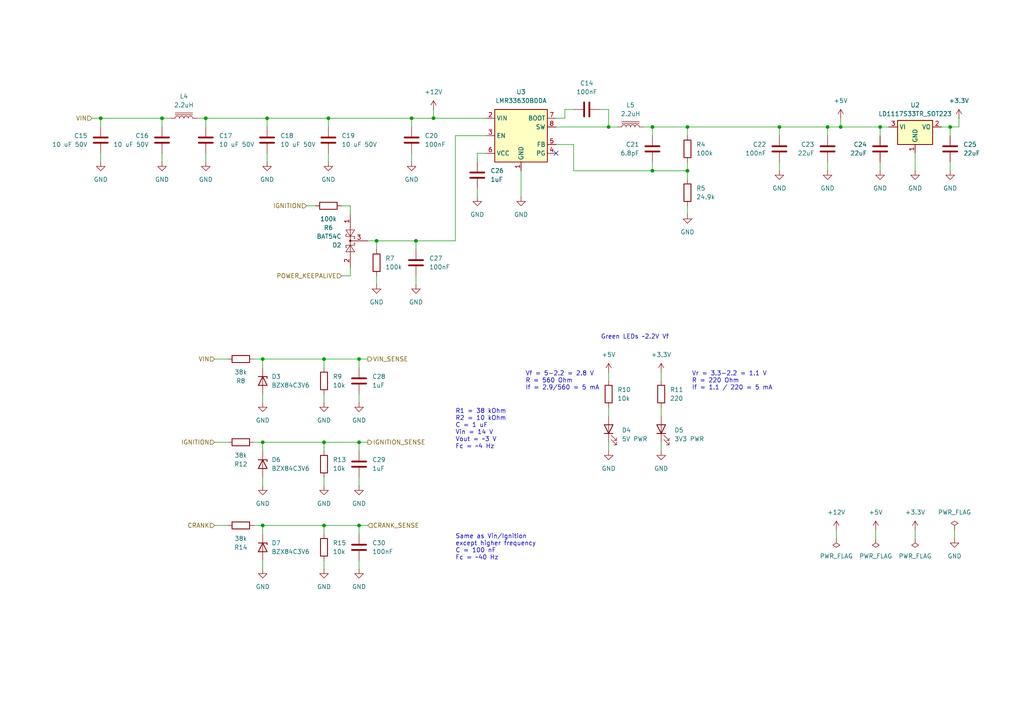
<source format=kicad_sch>
(kicad_sch (version 20231120) (generator "eeschema") (generator_version "8.0")
  (paper "A4")
  (lib_symbols
    (symbol "Device:C" (pin_numbers hide) (pin_names (offset 0.254))
      (property "Reference" "C" (at 0.635 2.54 0))
      (property "Value" "C" (at 0.635 -2.54 0))
      (symbol "C_0_1"
        (polyline (pts (xy -2.032 -0.762) (xy 2.032 -0.762)) (stroke (width 0.508)))
        (polyline (pts (xy -2.032 0.762) (xy 2.032 0.762)) (stroke (width 0.508)))
      )
      (symbol "C_1_1"
        (pin passive line (at 0 3.81 270) (length 2.794) (name "~") (number "1"))
        (pin passive line (at 0 -3.81 90) (length 2.794) (name "~") (number "2"))
      )
    )
    (symbol "Device:LED" (pin_numbers hide) (pin_names (offset 1.016) hide)
      (property "Reference" "D" (at 0 2.54 0))
      (property "Value" "LED" (at 0 -2.54 0))
      (symbol "LED_0_1"
        (polyline (pts (xy -1.27 -1.27) (xy -1.27 1.27)) (stroke (width 0.254)))
        (polyline (pts (xy -1.27 0) (xy 1.27 0)))
        (polyline (pts (xy 1.27 -1.27) (xy 1.27 1.27) (xy -1.27 0) (xy 1.27 -1.27)) (stroke (width 0.254)))
        (polyline (pts (xy -3.048 -0.762) (xy -4.572 -2.286) (xy -3.81 -2.286) (xy -4.572 -2.286) (xy -4.572 -1.524)))
        (polyline (pts (xy -1.778 -0.762) (xy -3.302 -2.286) (xy -2.54 -2.286) (xy -3.302 -2.286) (xy -3.302 -1.524)))
      )
      (symbol "LED_1_1"
        (pin passive line (at -3.81 0 0) (length 2.54) (name "K") (number "1"))
        (pin passive line (at 3.81 0 180) (length 2.54) (name "A") (number "2"))
      )
    )
    (symbol "Device:L_Iron" (pin_numbers hide) (pin_names (offset 1.016) hide)
      (property "Reference" "L" (at -1.27 0 90))
      (property "Value" "L_Iron" (at 2.794 0 90))
      (symbol "L_Iron_0_1"
        (arc (start 0 -2.54) (mid 0.6323 -1.905) (end 0 -1.27))
        (arc (start 0 -1.27) (mid 0.6323 -0.635) (end 0 0))
        (polyline (pts (xy 1.016 2.54) (xy 1.016 -2.54)))
        (polyline (pts (xy 1.524 -2.54) (xy 1.524 2.54)))
        (arc (start 0 0) (mid 0.6323 0.635) (end 0 1.27))
        (arc (start 0 1.27) (mid 0.6323 1.905) (end 0 2.54))
      )
      (symbol "L_Iron_1_1"
        (pin passive line (at 0 3.81 270) (length 1.27) (name "1") (number "1"))
        (pin passive line (at 0 -3.81 90) (length 1.27) (name "2") (number "2"))
      )
    )
    (symbol "Device:R" (pin_numbers hide) (pin_names (offset 0))
      (property "Reference" "R" (at 2.032 0 90))
      (property "Value" "R" (at 0 0 90))
      (symbol "R_0_1"
        (rectangle (start -1.016 -2.54) (end 1.016 2.54) (stroke (width 0.254)))
      )
      (symbol "R_1_1"
        (pin passive line (at 0 3.81 270) (length 1.27) (name "~") (number "1"))
        (pin passive line (at 0 -3.81 90) (length 1.27) (name "~") (number "2"))
      )
    )
    (symbol "Diode:BAT54C" (pin_names (offset 1.016))
      (property "Reference" "D" (at 0.635 -3.81 0))
      (property "Value" "BAT54C" (at -6.35 3.175 0))
      (symbol "BAT54C_0_1"
        (polyline (pts (xy -1.905 0) (xy 1.905 0)))
        (polyline (pts (xy -1.905 1.27) (xy -1.905 1.016)))
        (polyline (pts (xy -1.27 -1.27) (xy -0.635 -1.27)))
        (polyline (pts (xy -1.27 0) (xy -3.81 0)))
        (polyline (pts (xy -1.27 1.27) (xy -1.905 1.27)))
        (polyline (pts (xy -1.27 1.27) (xy -1.27 -1.27)))
        (polyline (pts (xy -0.635 -1.27) (xy -0.635 -1.016)))
        (polyline (pts (xy 0.635 -1.27) (xy 0.635 -1.016)))
        (polyline (pts (xy 1.27 -1.27) (xy 0.635 -1.27)))
        (polyline (pts (xy 1.27 1.27) (xy 1.27 -1.27)))
        (polyline (pts (xy 1.27 1.27) (xy 1.905 1.27)))
        (polyline (pts (xy 1.905 1.27) (xy 1.905 1.016)))
        (polyline (pts (xy 3.81 0) (xy 1.27 0)))
        (polyline (pts (xy -3.175 -1.27) (xy -3.175 1.27) (xy -1.27 0) (xy -3.175 -1.27)))
        (polyline (pts (xy 3.175 -1.27) (xy 3.175 1.27) (xy 1.27 0) (xy 3.175 -1.27)))
        (circle (center 0 0) (radius 0.254) (fill (type outline)))
      )
      (symbol "BAT54C_1_1"
        (pin passive line (at -7.62 0 0) (length 3.81) (name "~") (number "1"))
        (pin passive line (at 7.62 0 180) (length 3.81) (name "~") (number "2"))
        (pin passive line (at 0 -5.08 90) (length 5.08) (name "~") (number "3"))
      )
    )
    (symbol "Diode:BZX84Cxx" (pin_numbers hide) (pin_names hide)
      (property "Reference" "D" (at 0 3.81 0))
      (property "Value" "BZX84Cxx" (at 0 -3.81 0))
      (symbol "BZX84Cxx_0_1"
        (polyline (pts (xy 1.27 0) (xy -1.27 0)))
        (polyline (pts (xy -1.27 -1.27) (xy -1.27 1.27) (xy -0.762 1.27)) (stroke (width 0.254)))
        (polyline (pts (xy 1.27 -1.27) (xy 1.27 1.27) (xy -1.27 0) (xy 1.27 -1.27)) (stroke (width 0.254)))
      )
      (symbol "BZX84Cxx_1_1"
        (pin passive line (at 3.81 0 180) (length 2.54) (name "A") (number "1"))
        (pin no_connect line (at 1.27 0 180) (length 2.54) hide (name "NC") (number "2"))
        (pin passive line (at -3.81 0 0) (length 2.54) (name "K") (number "3"))
      )
    )
    (symbol "Regulator_Linear:LD1117S33TR_SOT223"
      (property "Reference" "U" (at -3.81 3.175 0))
      (property "Value" "LD1117S33TR_SOT223" (at 0 3.175 0))
      (symbol "LD1117S33TR_SOT223_0_1"
        (rectangle (start -5.08 -5.08) (end 5.08 1.905) (stroke (width 0.254)) (fill (type background)))
      )
      (symbol "LD1117S33TR_SOT223_1_1"
        (pin power_in line (at 0 -7.62 90) (length 2.54) (name "GND") (number "1"))
        (pin power_out line (at 7.62 0 180) (length 2.54) (name "VO") (number "2"))
        (pin power_in line (at -7.62 0 0) (length 2.54) (name "VI") (number "3"))
      )
    )
    (symbol "Regulator_Switching:LMR33630BDDA"
      (property "Reference" "U" (at 0 11.43 0))
      (property "Value" "LMR33630BDDA" (at 0 8.89 0))
      (symbol "LMR33630BDDA_0_1"
        (rectangle (start -7.62 7.62) (end 7.62 -7.62) (stroke (width 0.254)) (fill (type background)))
      )
      (symbol "LMR33630BDDA_1_1"
        (pin power_in line (at 0 -10.16 90) (length 2.54) (name "GND") (number "1"))
        (pin power_in line (at -10.16 5.08 0) (length 2.54) (name "VIN") (number "2"))
        (pin input line (at -10.16 0 0) (length 2.54) (name "EN") (number "3"))
        (pin open_collector line (at 10.16 -5.08 180) (length 2.54) (name "PG") (number "4"))
        (pin input line (at 10.16 -2.54 180) (length 2.54) (name "FB") (number "5"))
        (pin power_out line (at -10.16 -5.08 0) (length 2.54) (name "VCC") (number "6"))
        (pin input line (at 10.16 5.08 180) (length 2.54) (name "BOOT") (number "7"))
        (pin output line (at 10.16 2.54 180) (length 2.54) (name "SW") (number "8"))
        (pin passive line (at 0 -10.16 90) (length 2.54) hide (name "GND") (number "9"))
      )
    )
    (symbol "power:+12V" (power) (pin_numbers hide) (pin_names (offset 0) hide)
      (property "Value" "+12V" (at 0 3.556 0))
      (symbol "+12V_0_1"
        (polyline (pts (xy -0.762 1.27) (xy 0 2.54)))
        (polyline (pts (xy 0 0) (xy 0 2.54)))
        (polyline (pts (xy 0 2.54) (xy 0.762 1.27)))
      )
      (symbol "+12V_1_1"
        (pin power_in line (at 0 0 90) (length 0) (name "~") (number "1"))
      )
    )
    (symbol "power:+3.3V" (power) (pin_numbers hide) (pin_names (offset 0) hide)
      (property "Value" "+3.3V" (at 0 3.556 0))
      (symbol "+3.3V_0_1"
        (polyline (pts (xy -0.762 1.27) (xy 0 2.54)))
        (polyline (pts (xy 0 0) (xy 0 2.54)))
        (polyline (pts (xy 0 2.54) (xy 0.762 1.27)))
      )
      (symbol "+3.3V_1_1"
        (pin power_in line (at 0 0 90) (length 0) (name "~") (number "1"))
      )
    )
    (symbol "power:+5V" (power) (pin_numbers hide) (pin_names (offset 0) hide)
      (property "Value" "+5V" (at 0 3.556 0))
      (symbol "+5V_0_1"
        (polyline (pts (xy -0.762 1.27) (xy 0 2.54)))
        (polyline (pts (xy 0 0) (xy 0 2.54)))
        (polyline (pts (xy 0 2.54) (xy 0.762 1.27)))
      )
      (symbol "+5V_1_1"
        (pin power_in line (at 0 0 90) (length 0) (name "~") (number "1"))
      )
    )
    (symbol "power:GND" (power) (pin_numbers hide) (pin_names (offset 0) hide)
      (property "Value" "GND" (at 0 -3.81 0))
      (symbol "GND_0_1"
        (polyline (pts (xy 0 0) (xy 0 -1.27) (xy 1.27 -1.27) (xy 0 -2.54) (xy -1.27 -1.27) (xy 0 -1.27)))
      )
      (symbol "GND_1_1"
        (pin power_in line (at 0 0 270) (length 0) (name "~") (number "1"))
      )
    )
    (symbol "power:PWR_FLAG" (power) (pin_numbers hide) (pin_names (offset 0) hide)
      (property "Value" "PWR_FLAG" (at 0 3.81 0))
      (symbol "PWR_FLAG_0_0"
        (pin power_out line (at 0 0 90) (length 0) (name "~") (number "1"))
      )
      (symbol "PWR_FLAG_0_1"
        (polyline (pts (xy 0 0) (xy 0 1.27) (xy -1.016 1.905) (xy 0 2.54) (xy 1.016 1.905) (xy 0 1.27)))
      )
    )
  )
  (junction (at 240.03 36.83))
  (junction (at 29.21 34.29))
  (junction (at 104.14 152.4))
  (junction (at 46.99 34.29))
  (junction (at 255.27 36.83))
  (junction (at 76.2 104.14))
  (junction (at 109.22 69.85))
  (junction (at 104.14 104.14))
  (junction (at 76.2 128.27))
  (junction (at 199.39 49.53))
  (junction (at 77.47 34.29))
  (junction (at 243.84 36.83))
  (junction (at 93.98 128.27))
  (junction (at 93.98 152.4))
  (junction (at 189.23 36.83))
  (junction (at 176.53 36.83))
  (junction (at 59.69 34.29))
  (junction (at 226.06 36.83))
  (junction (at 120.65 69.85))
  (junction (at 199.39 36.83))
  (junction (at 275.59 36.83))
  (junction (at 76.2 152.4))
  (junction (at 104.14 128.27))
  (junction (at 95.25 34.29))
  (junction (at 189.23 49.53))
  (junction (at 125.73 34.29))
  (junction (at 119.38 34.29))
  (junction (at 93.98 104.14))
  (no_connect (at 161.29 44.45))
  (wire (pts (xy 199.39 39.37) (xy 199.39 36.83)))
  (wire (pts (xy 77.47 44.45) (xy 77.47 46.99)))
  (wire (pts (xy 199.39 49.53) (xy 199.39 52.07)))
  (wire (pts (xy 166.37 41.91) (xy 166.37 49.53)))
  (wire (pts (xy 76.2 138.43) (xy 76.2 140.97)))
  (wire (pts (xy 199.39 46.99) (xy 199.39 49.53)))
  (wire (pts (xy 73.66 152.4) (xy 76.2 152.4)))
  (wire (pts (xy 88.9 59.69) (xy 91.44 59.69)))
  (wire (pts (xy 275.59 36.83) (xy 275.59 39.37)))
  (wire (pts (xy 243.84 36.83) (xy 255.27 36.83)))
  (wire (pts (xy 109.22 69.85) (xy 109.22 72.39)))
  (wire (pts (xy 26.67 34.29) (xy 29.21 34.29)))
  (wire (pts (xy 77.47 34.29) (xy 77.47 36.83)))
  (wire (pts (xy 278.13 36.83) (xy 278.13 34.29)))
  (wire (pts (xy 132.08 39.37) (xy 132.08 69.85)))
  (wire (pts (xy 240.03 46.99) (xy 240.03 49.53)))
  (wire (pts (xy 104.14 114.3) (xy 104.14 116.84)))
  (wire (pts (xy 186.69 36.83) (xy 189.23 36.83)))
  (wire (pts (xy 173.99 31.75) (xy 176.53 31.75)))
  (wire (pts (xy 166.37 49.53) (xy 189.23 49.53)))
  (wire (pts (xy 265.43 153.67) (xy 265.43 156.21)))
  (wire (pts (xy 255.27 36.83) (xy 255.27 39.37)))
  (wire (pts (xy 240.03 36.83) (xy 243.84 36.83)))
  (wire (pts (xy 77.47 34.29) (xy 95.25 34.29)))
  (wire (pts (xy 275.59 46.99) (xy 275.59 49.53)))
  (wire (pts (xy 76.2 152.4) (xy 93.98 152.4)))
  (wire (pts (xy 275.59 36.83) (xy 278.13 36.83)))
  (wire (pts (xy 119.38 44.45) (xy 119.38 46.99)))
  (wire (pts (xy 59.69 34.29) (xy 59.69 36.83)))
  (wire (pts (xy 161.29 36.83) (xy 176.53 36.83)))
  (wire (pts (xy 125.73 31.75) (xy 125.73 34.29)))
  (wire (pts (xy 140.97 44.45) (xy 138.43 44.45)))
  (wire (pts (xy 93.98 138.43) (xy 93.98 140.97)))
  (wire (pts (xy 119.38 34.29) (xy 125.73 34.29)))
  (wire (pts (xy 273.05 36.83) (xy 275.59 36.83)))
  (wire (pts (xy 93.98 104.14) (xy 93.98 106.68)))
  (wire (pts (xy 254 153.67) (xy 254 156.21)))
  (wire (pts (xy 59.69 34.29) (xy 77.47 34.29)))
  (wire (pts (xy 76.2 162.56) (xy 76.2 165.1)))
  (wire (pts (xy 76.2 128.27) (xy 76.2 130.81)))
  (wire (pts (xy 66.04 104.14) (xy 62.23 104.14)))
  (wire (pts (xy 104.14 152.4) (xy 104.14 154.94)))
  (wire (pts (xy 104.14 138.43) (xy 104.14 140.97)))
  (wire (pts (xy 242.57 153.67) (xy 242.57 156.21)))
  (wire (pts (xy 125.73 34.29) (xy 140.97 34.29)))
  (wire (pts (xy 95.25 34.29) (xy 95.25 36.83)))
  (wire (pts (xy 176.53 107.95) (xy 176.53 110.49)))
  (wire (pts (xy 140.97 39.37) (xy 132.08 39.37)))
  (wire (pts (xy 119.38 34.29) (xy 119.38 36.83)))
  (wire (pts (xy 176.53 36.83) (xy 179.07 36.83)))
  (wire (pts (xy 276.86 153.67) (xy 276.86 156.21)))
  (wire (pts (xy 189.23 49.53) (xy 199.39 49.53)))
  (wire (pts (xy 104.14 162.56) (xy 104.14 165.1)))
  (wire (pts (xy 76.2 114.3) (xy 76.2 116.84)))
  (wire (pts (xy 93.98 104.14) (xy 104.14 104.14)))
  (wire (pts (xy 109.22 80.01) (xy 109.22 82.55)))
  (wire (pts (xy 76.2 152.4) (xy 76.2 154.94)))
  (wire (pts (xy 176.53 31.75) (xy 176.53 36.83)))
  (wire (pts (xy 104.14 128.27) (xy 106.68 128.27)))
  (wire (pts (xy 189.23 46.99) (xy 189.23 49.53)))
  (wire (pts (xy 120.65 69.85) (xy 132.08 69.85)))
  (wire (pts (xy 189.23 36.83) (xy 199.39 36.83)))
  (wire (pts (xy 199.39 59.69) (xy 199.39 62.23)))
  (wire (pts (xy 163.83 34.29) (xy 163.83 31.75)))
  (wire (pts (xy 76.2 104.14) (xy 76.2 106.68)))
  (wire (pts (xy 29.21 34.29) (xy 29.21 36.83)))
  (wire (pts (xy 104.14 104.14) (xy 104.14 106.68)))
  (wire (pts (xy 101.6 59.69) (xy 101.6 62.23)))
  (wire (pts (xy 93.98 114.3) (xy 93.98 116.84)))
  (wire (pts (xy 95.25 34.29) (xy 119.38 34.29)))
  (wire (pts (xy 120.65 69.85) (xy 120.65 72.39)))
  (wire (pts (xy 106.68 69.85) (xy 109.22 69.85)))
  (wire (pts (xy 191.77 128.27) (xy 191.77 130.81)))
  (wire (pts (xy 191.77 118.11) (xy 191.77 120.65)))
  (wire (pts (xy 99.06 80.01) (xy 101.6 80.01)))
  (wire (pts (xy 104.14 152.4) (xy 106.68 152.4)))
  (wire (pts (xy 176.53 118.11) (xy 176.53 120.65)))
  (wire (pts (xy 46.99 34.29) (xy 49.53 34.29)))
  (wire (pts (xy 29.21 44.45) (xy 29.21 46.99)))
  (wire (pts (xy 104.14 128.27) (xy 104.14 130.81)))
  (wire (pts (xy 93.98 162.56) (xy 93.98 165.1)))
  (wire (pts (xy 46.99 34.29) (xy 46.99 36.83)))
  (wire (pts (xy 240.03 36.83) (xy 240.03 39.37)))
  (wire (pts (xy 161.29 34.29) (xy 163.83 34.29)))
  (wire (pts (xy 104.14 104.14) (xy 106.68 104.14)))
  (wire (pts (xy 66.04 152.4) (xy 62.23 152.4)))
  (wire (pts (xy 243.84 34.29) (xy 243.84 36.83)))
  (wire (pts (xy 138.43 44.45) (xy 138.43 46.99)))
  (wire (pts (xy 93.98 128.27) (xy 93.98 130.81)))
  (wire (pts (xy 257.81 36.83) (xy 255.27 36.83)))
  (wire (pts (xy 93.98 152.4) (xy 93.98 154.94)))
  (wire (pts (xy 191.77 107.95) (xy 191.77 110.49)))
  (wire (pts (xy 109.22 69.85) (xy 120.65 69.85)))
  (wire (pts (xy 176.53 128.27) (xy 176.53 130.81)))
  (wire (pts (xy 199.39 36.83) (xy 226.06 36.83)))
  (wire (pts (xy 265.43 44.45) (xy 265.43 49.53)))
  (wire (pts (xy 57.15 34.29) (xy 59.69 34.29)))
  (wire (pts (xy 59.69 44.45) (xy 59.69 46.99)))
  (wire (pts (xy 93.98 128.27) (xy 104.14 128.27)))
  (wire (pts (xy 255.27 46.99) (xy 255.27 49.53)))
  (wire (pts (xy 95.25 44.45) (xy 95.25 46.99)))
  (wire (pts (xy 189.23 36.83) (xy 189.23 39.37)))
  (wire (pts (xy 161.29 41.91) (xy 166.37 41.91)))
  (wire (pts (xy 120.65 80.01) (xy 120.65 82.55)))
  (wire (pts (xy 101.6 80.01) (xy 101.6 77.47)))
  (wire (pts (xy 73.66 128.27) (xy 76.2 128.27)))
  (wire (pts (xy 151.13 49.53) (xy 151.13 57.15)))
  (wire (pts (xy 226.06 36.83) (xy 226.06 39.37)))
  (wire (pts (xy 29.21 34.29) (xy 46.99 34.29)))
  (wire (pts (xy 46.99 44.45) (xy 46.99 46.99)))
  (wire (pts (xy 226.06 36.83) (xy 240.03 36.83)))
  (wire (pts (xy 73.66 104.14) (xy 76.2 104.14)))
  (wire (pts (xy 93.98 152.4) (xy 104.14 152.4)))
  (wire (pts (xy 76.2 104.14) (xy 93.98 104.14)))
  (wire (pts (xy 226.06 46.99) (xy 226.06 49.53)))
  (wire (pts (xy 99.06 59.69) (xy 101.6 59.69)))
  (wire (pts (xy 163.83 31.75) (xy 166.37 31.75)))
  (wire (pts (xy 66.04 128.27) (xy 62.23 128.27)))
  (wire (pts (xy 138.43 54.61) (xy 138.43 57.15)))
  (wire (pts (xy 76.2 128.27) (xy 93.98 128.27)))
  (text "Same as Vin/Ignition \nexcept higher frequency\nC = 100 nF\nFc = ~40 Hz" (at 132.08 158.75 0) (effects (font (size 1.27 1.27)) (justify left)))
  (text "Vf = 5-2.2 = 2.8 V\nR = 560 Ohm\nIf = 2.9/560 = 5 mA" (at 152.4 110.49 0) (effects (font (size 1.27 1.27)) (justify left)))
  (text "Vr = 3.3-2.2 = 1.1 V\nR = 220 Ohm\nIf = 1.1 / 220 = 5 mA" (at 200.66 110.49 0) (effects (font (size 1.27 1.27)) (justify left)))
  (text "R1 = 38 kOhm\nR2 = 10 kOhm\nC = 1 uF\nVin = 14 V\nVout = ~3 V\nFc = ~4 Hz" (at 132.08 124.46 0) (effects (font (size 1.27 1.27)) (justify left)))
  (text "Green LEDs ~2.2V Vf" (at 184.15 97.79 0) (effects (font (size 1.27 1.27))))
  (hierarchical_label "VIN" (shape input) (at 26.67 34.29 180))
  (hierarchical_label "VIN" (shape input) (at 62.23 104.14 180))
  (hierarchical_label "VIN_SENSE" (shape output) (at 106.68 104.14 0))
  (hierarchical_label "IGNITION" (shape input) (at 62.23 128.27 180))
  (hierarchical_label "IGNITION" (shape input) (at 88.9 59.69 180))
  (hierarchical_label "POWER_KEEPALIVE" (shape input) (at 99.06 80.01 180))
  (hierarchical_label "CRANK" (shape input) (at 62.23 152.4 180))
  (hierarchical_label "CRANK_SENSE" (shape input) (at 106.68 152.4 0))
  (hierarchical_label "IGNITION_SENSE" (shape output) (at 106.68 128.27 0))
  (symbol (lib_id "power:+5V") (at 254 153.67 0) (unit 1)
    (property "Reference" "#PWR062" (effects (hide yes)))
    (property "Value" "+5V" (at 254 148.59 0))
    (property "Description" "Power symbol creates a global label with name \"+5V\"" (effects (hide yes)))
  )
  (symbol (lib_id "power:GND") (at 76.2 165.1 0) (unit 1)
    (property "Reference" "#PWR065" (effects (hide yes)))
    (property "Value" "GND" (at 76.2 170.18 0))
    (property "Description" "Power symbol creates a global label with name \"GND\" , ground" (effects (hide yes)))
  )
  (symbol (lib_id "power:GND") (at 59.69 46.99 0) (unit 1)
    (property "Reference" "#PWR037" (effects (hide yes)))
    (property "Value" "GND" (at 59.69 52.07 0))
    (property "Description" "Power symbol creates a global label with name \"GND\" , ground" (effects (hide yes)))
  )
  (symbol (lib_id "Device:C") (at 29.21 40.64 0) (mirror y) (unit 1)
    (property "Reference" "C15" (at 25.4 39.3699 0) (effects (justify left)))
    (property "Value" "10 uF 50V" (at 25.4 41.9099 0) (effects (justify left)))
    (property "Footprint" "Capacitor_SMD:C_1206_3216Metric" (effects (hide yes)))
    (property "Description" "Unpolarized capacitor" (effects (hide yes)))
  )
  (symbol (lib_id "Device:C") (at 275.59 43.18 0) (unit 1)
    (property "Reference" "C25" (at 279.4 41.9099 0) (effects (justify left)))
    (property "Value" "22uF" (at 279.4 44.4499 0) (effects (justify left)))
    (property "Footprint" "Capacitor_SMD:C_0805_2012Metric" (effects (hide yes)))
    (property "Description" "Unpolarized capacitor" (effects (hide yes)))
  )
  (symbol (lib_id "Device:R") (at 199.39 43.18 0) (unit 1)
    (property "Reference" "R4" (at 201.93 41.9099 0) (effects (justify left)))
    (property "Value" "100k" (at 201.93 44.4499 0) (effects (justify left)))
    (property "Footprint" "Resistor_SMD:R_0603_1608Metric" (effects (hide yes)))
    (property "Description" "Resistor" (effects (hide yes)))
  )
  (symbol (lib_id "power:+5V") (at 243.84 34.29 0) (unit 1)
    (property "Reference" "#PWR033" (effects (hide yes)))
    (property "Value" "+5V" (at 243.84 29.21 0))
    (property "Description" "Power symbol creates a global label with name \"+5V\"" (effects (hide yes)))
  )
  (symbol (lib_id "Device:C") (at 104.14 134.62 0) (unit 1)
    (property "Reference" "C29" (at 107.95 133.3499 0) (effects (justify left)))
    (property "Value" "1uF" (at 107.95 135.8899 0) (effects (justify left)))
    (property "Footprint" "Capacitor_SMD:C_0603_1608Metric" (effects (hide yes)))
    (property "Description" "Unpolarized capacitor" (effects (hide yes)))
  )
  (symbol (lib_id "power:GND") (at 176.53 130.81 0) (unit 1)
    (property "Reference" "#PWR056" (effects (hide yes)))
    (property "Value" "GND" (at 176.53 135.89 0))
    (property "Description" "Power symbol creates a global label with name \"GND\" , ground" (effects (hide yes)))
  )
  (symbol (lib_id "power:GND") (at 77.47 46.99 0) (unit 1)
    (property "Reference" "#PWR038" (effects (hide yes)))
    (property "Value" "GND" (at 77.47 52.07 0))
    (property "Description" "Power symbol creates a global label with name \"GND\" , ground" (effects (hide yes)))
  )
  (symbol (lib_id "Regulator_Switching:LMR33630BDDA") (at 151.13 39.37 0) (unit 1)
    (property "Reference" "U3" (at 151.13 26.67 0))
    (property "Value" "LMR33630BDDA" (at 151.13 29.21 0))
    (property "Footprint" "Package_SO:Texas_HSOP-8-1EP_3.9x4.9mm_P1.27mm_ThermalVias" (effects (hide yes)))
    (property "Datasheet" "http://www.ti.com/lit/ds/symlink/lmr33630.pdf" (effects (hide yes)))
    (property "Description" "Simple Switcher Synchronous Buck Regulator, Vin=3.8-36V, Iout=3A, F=1400kHz, Adjustable output voltage, HSOP-8" (effects (hide yes)))
  )
  (symbol (lib_id "Device:C") (at 104.14 110.49 0) (unit 1)
    (property "Reference" "C28" (at 107.95 109.2199 0) (effects (justify left)))
    (property "Value" "1uF" (at 107.95 111.7599 0) (effects (justify left)))
    (property "Footprint" "Capacitor_SMD:C_0603_1608Metric" (effects (hide yes)))
    (property "Description" "Unpolarized capacitor" (effects (hide yes)))
  )
  (symbol (lib_id "Device:R") (at 93.98 110.49 180) (unit 1)
    (property "Reference" "R9" (at 96.52 109.2199 0) (effects (justify right)))
    (property "Value" "10k" (at 96.52 111.7599 0) (effects (justify right)))
    (property "Footprint" "Resistor_SMD:R_0603_1608Metric" (effects (hide yes)))
    (property "Description" "Resistor" (effects (hide yes)))
  )
  (symbol (lib_id "power:PWR_FLAG") (at 276.86 153.67 0) (unit 1)
    (property "Reference" "#FLG01" (effects (hide yes)))
    (property "Value" "PWR_FLAG" (at 276.86 148.59 0))
    (property "Description" "Special symbol for telling ERC where power comes from" (effects (hide yes)))
  )
  (symbol (lib_id "Device:L_Iron") (at 53.34 34.29 90) (unit 1)
    (property "Reference" "L4" (at 53.34 27.94 90))
    (property "Value" "2.2uH" (at 53.34 30.48 90))
    (property "Footprint" "Inductor_SMD:L_Bourns_SRN8040TA" (effects (hide yes)))
    (property "Description" "Inductor with iron core" (effects (hide yes)))
    (property "Part" "SRN8040-2R2Y" (effects (hide yes)))
  )
  (symbol (lib_id "power:+3.3V") (at 265.43 153.67 0) (unit 1)
    (property "Reference" "#PWR063" (effects (hide yes)))
    (property "Value" "+3.3V" (at 265.43 148.59 0))
    (property "Description" "Power symbol creates a global label with name \"+3.3V\"" (effects (hide yes)))
  )
  (symbol (lib_id "Device:C") (at 77.47 40.64 0) (unit 1)
    (property "Reference" "C18" (at 81.28 39.3699 0) (effects (justify left)))
    (property "Value" "10 uF 50V" (at 81.28 41.9099 0) (effects (justify left)))
    (property "Footprint" "Capacitor_SMD:C_1206_3216Metric" (effects (hide yes)))
    (property "Description" "Unpolarized capacitor" (effects (hide yes)))
  )
  (symbol (lib_id "Device:R") (at 199.39 55.88 0) (unit 1)
    (property "Reference" "R5" (at 201.93 54.6099 0) (effects (justify left)))
    (property "Value" "24.9k" (at 201.93 57.1499 0) (effects (justify left)))
    (property "Footprint" "Resistor_SMD:R_0603_1608Metric" (effects (hide yes)))
    (property "Description" "Resistor" (effects (hide yes)))
  )
  (symbol (lib_id "Diode:BZX84Cxx") (at 76.2 134.62 270) (unit 1)
    (property "Reference" "D6" (at 78.74 133.3499 90) (effects (justify left)))
    (property "Value" "BZX84C3V6" (at 78.74 135.8899 90) (effects (justify left)))
    (property "Footprint" "Package_TO_SOT_SMD:SOT-23" (effects (hide yes)))
    (property "Datasheet" "https://diotec.com/tl_files/diotec/files/pdf/datasheets/bzx84c2v4.pdf" (effects (hide yes)))
    (property "Description" "300mW Zener Diode, SOT-23" (effects (hide yes)))
  )
  (symbol (lib_id "power:GND") (at 120.65 82.55 0) (unit 1)
    (property "Reference" "#PWR050" (effects (hide yes)))
    (property "Value" "GND" (at 120.65 87.63 0))
    (property "Description" "Power symbol creates a global label with name \"GND\" , ground" (effects (hide yes)))
  )
  (symbol (lib_id "power:GND") (at 104.14 165.1 0) (unit 1)
    (property "Reference" "#PWR067" (effects (hide yes)))
    (property "Value" "GND" (at 104.14 170.18 0))
    (property "Description" "Power symbol creates a global label with name \"GND\" , ground" (effects (hide yes)))
  )
  (symbol (lib_id "power:GND") (at 95.25 46.99 0) (unit 1)
    (property "Reference" "#PWR039" (effects (hide yes)))
    (property "Value" "GND" (at 95.25 52.07 0))
    (property "Description" "Power symbol creates a global label with name \"GND\" , ground" (effects (hide yes)))
  )
  (symbol (lib_id "Diode:BZX84Cxx") (at 76.2 110.49 270) (unit 1)
    (property "Reference" "D3" (at 78.74 109.2199 90) (effects (justify left)))
    (property "Value" "BZX84C3V6" (at 78.74 111.7599 90) (effects (justify left)))
    (property "Footprint" "Package_TO_SOT_SMD:SOT-23" (effects (hide yes)))
    (property "Datasheet" "https://diotec.com/tl_files/diotec/files/pdf/datasheets/bzx84c2v4.pdf" (effects (hide yes)))
    (property "Description" "300mW Zener Diode, SOT-23" (effects (hide yes)))
  )
  (symbol (lib_id "power:+5V") (at 176.53 107.95 0) (unit 1)
    (property "Reference" "#PWR051" (effects (hide yes)))
    (property "Value" "+5V" (at 176.53 102.87 0))
    (property "Description" "Power symbol creates a global label with name \"+5V\"" (effects (hide yes)))
  )
  (symbol (lib_id "power:GND") (at 93.98 165.1 0) (unit 1)
    (property "Reference" "#PWR066" (effects (hide yes)))
    (property "Value" "GND" (at 93.98 170.18 0))
    (property "Description" "Power symbol creates a global label with name \"GND\" , ground" (effects (hide yes)))
  )
  (symbol (lib_id "power:+12V") (at 125.73 31.75 0) (unit 1)
    (property "Reference" "#PWR032" (effects (hide yes)))
    (property "Value" "+12V" (at 125.73 26.67 0))
    (property "Description" "Power symbol creates a global label with name \"+12V\"" (effects (hide yes)))
  )
  (symbol (lib_id "power:GND") (at 275.59 49.53 0) (unit 1)
    (property "Reference" "#PWR045" (effects (hide yes)))
    (property "Value" "GND" (at 275.59 54.61 0))
    (property "Description" "Power symbol creates a global label with name \"GND\" , ground" (effects (hide yes)))
  )
  (symbol (lib_id "power:GND") (at 119.38 46.99 0) (unit 1)
    (property "Reference" "#PWR040" (effects (hide yes)))
    (property "Value" "GND" (at 119.38 52.07 0))
    (property "Description" "Power symbol creates a global label with name \"GND\" , ground" (effects (hide yes)))
  )
  (symbol (lib_id "power:GND") (at 104.14 116.84 0) (unit 1)
    (property "Reference" "#PWR055" (effects (hide yes)))
    (property "Value" "GND" (at 104.14 121.92 0))
    (property "Description" "Power symbol creates a global label with name \"GND\" , ground" (effects (hide yes)))
  )
  (symbol (lib_id "Device:R") (at 191.77 114.3 180) (unit 1)
    (property "Reference" "R11" (at 194.31 113.0299 0) (effects (justify right)))
    (property "Value" "220" (at 194.31 115.5699 0) (effects (justify right)))
    (property "Footprint" "Resistor_SMD:R_0603_1608Metric" (effects (hide yes)))
    (property "Description" "Resistor" (effects (hide yes)))
  )
  (symbol (lib_id "Device:C") (at 240.03 43.18 0) (mirror y) (unit 1)
    (property "Reference" "C23" (at 236.22 41.9099 0) (effects (justify left)))
    (property "Value" "22uF" (at 236.22 44.4499 0) (effects (justify left)))
    (property "Footprint" "Capacitor_SMD:C_0805_2012Metric" (effects (hide yes)))
    (property "Description" "Unpolarized capacitor" (effects (hide yes)))
  )
  (symbol (lib_id "power:GND") (at 265.43 49.53 0) (unit 1)
    (property "Reference" "#PWR044" (effects (hide yes)))
    (property "Value" "GND" (at 265.43 54.61 0))
    (property "Description" "Power symbol creates a global label with name \"GND\" , ground" (effects (hide yes)))
  )
  (symbol (lib_id "Device:R") (at 93.98 158.75 180) (unit 1)
    (property "Reference" "R15" (at 96.52 157.4799 0) (effects (justify right)))
    (property "Value" "10k" (at 96.52 160.0199 0) (effects (justify right)))
    (property "Footprint" "Resistor_SMD:R_0603_1608Metric" (effects (hide yes)))
    (property "Description" "Resistor" (effects (hide yes)))
  )
  (symbol (lib_id "power:GND") (at 76.2 116.84 0) (unit 1)
    (property "Reference" "#PWR053" (effects (hide yes)))
    (property "Value" "GND" (at 76.2 121.92 0))
    (property "Description" "Power symbol creates a global label with name \"GND\" , ground" (effects (hide yes)))
  )
  (symbol (lib_id "Diode:BZX84Cxx") (at 76.2 158.75 270) (unit 1)
    (property "Reference" "D7" (at 78.74 157.4799 90) (effects (justify left)))
    (property "Value" "BZX84C3V6" (at 78.74 160.0199 90) (effects (justify left)))
    (property "Footprint" "Package_TO_SOT_SMD:SOT-23" (effects (hide yes)))
    (property "Datasheet" "https://diotec.com/tl_files/diotec/files/pdf/datasheets/bzx84c2v4.pdf" (effects (hide yes)))
    (property "Description" "300mW Zener Diode, SOT-23" (effects (hide yes)))
  )
  (symbol (lib_id "Device:C") (at 226.06 43.18 0) (mirror y) (unit 1)
    (property "Reference" "C22" (at 222.25 41.9099 0) (effects (justify left)))
    (property "Value" "100nF" (at 222.25 44.4499 0) (effects (justify left)))
    (property "Footprint" "Capacitor_SMD:C_0603_1608Metric" (effects (hide yes)))
    (property "Description" "Unpolarized capacitor" (effects (hide yes)))
  )
  (symbol (lib_id "power:+3.3V") (at 278.13 34.29 0) (unit 1)
    (property "Reference" "#PWR034" (effects (hide yes)))
    (property "Value" "+3.3V" (at 278.13 29.21 0))
    (property "Description" "Power symbol creates a global label with name \"+3.3V\"" (effects (hide yes)))
  )
  (symbol (lib_id "power:GND") (at 276.86 156.21 0) (unit 1)
    (property "Reference" "#PWR064" (effects (hide yes)))
    (property "Value" "GND" (at 276.86 161.29 0))
    (property "Description" "Power symbol creates a global label with name \"GND\" , ground" (effects (hide yes)))
  )
  (symbol (lib_id "Device:R") (at 95.25 59.69 270) (unit 1)
    (property "Reference" "R6" (at 95.25 66.04 90))
    (property "Value" "100k" (at 95.25 63.5 90))
    (property "Footprint" "Resistor_SMD:R_0603_1608Metric" (effects (hide yes)))
    (property "Description" "Resistor" (effects (hide yes)))
  )
  (symbol (lib_id "power:GND") (at 93.98 140.97 0) (unit 1)
    (property "Reference" "#PWR059" (effects (hide yes)))
    (property "Value" "GND" (at 93.98 146.05 0))
    (property "Description" "Power symbol creates a global label with name \"GND\" , ground" (effects (hide yes)))
  )
  (symbol (lib_id "Device:R") (at 93.98 134.62 180) (unit 1)
    (property "Reference" "R13" (at 96.52 133.3499 0) (effects (justify right)))
    (property "Value" "10k" (at 96.52 135.8899 0) (effects (justify right)))
    (property "Footprint" "Resistor_SMD:R_0603_1608Metric" (effects (hide yes)))
    (property "Description" "Resistor" (effects (hide yes)))
  )
  (symbol (lib_id "power:GND") (at 191.77 130.81 0) (unit 1)
    (property "Reference" "#PWR057" (effects (hide yes)))
    (property "Value" "GND" (at 191.77 135.89 0))
    (property "Description" "Power symbol creates a global label with name \"GND\" , ground" (effects (hide yes)))
  )
  (symbol (lib_id "Device:R") (at 69.85 104.14 270) (unit 1)
    (property "Reference" "R8" (at 69.85 110.49 90))
    (property "Value" "38k" (at 69.85 107.95 90))
    (property "Footprint" "Resistor_SMD:R_0603_1608Metric" (effects (hide yes)))
    (property "Description" "Resistor" (effects (hide yes)))
  )
  (symbol (lib_id "power:PWR_FLAG") (at 265.43 156.21 180) (unit 1)
    (property "Reference" "#FLG04" (effects (hide yes)))
    (property "Value" "PWR_FLAG" (at 265.43 161.29 0))
    (property "Description" "Special symbol for telling ERC where power comes from" (effects (hide yes)))
  )
  (symbol (lib_id "power:GND") (at 29.21 46.99 0) (unit 1)
    (property "Reference" "#PWR035" (effects (hide yes)))
    (property "Value" "GND" (at 29.21 52.07 0))
    (property "Description" "Power symbol creates a global label with name \"GND\" , ground" (effects (hide yes)))
  )
  (symbol (lib_id "Device:R") (at 109.22 76.2 180) (unit 1)
    (property "Reference" "R7" (at 111.76 74.9299 0) (effects (justify right)))
    (property "Value" "100k" (at 111.76 77.4699 0) (effects (justify right)))
    (property "Footprint" "Resistor_SMD:R_0603_1608Metric" (effects (hide yes)))
    (property "Description" "Resistor" (effects (hide yes)))
  )
  (symbol (lib_id "power:GND") (at 93.98 116.84 0) (unit 1)
    (property "Reference" "#PWR054" (effects (hide yes)))
    (property "Value" "GND" (at 93.98 121.92 0))
    (property "Description" "Power symbol creates a global label with name \"GND\" , ground" (effects (hide yes)))
  )
  (symbol (lib_id "Device:R") (at 69.85 128.27 270) (unit 1)
    (property "Reference" "R12" (at 69.85 134.62 90))
    (property "Value" "38k" (at 69.85 132.08 90))
    (property "Footprint" "Resistor_SMD:R_0603_1608Metric" (effects (hide yes)))
    (property "Description" "Resistor" (effects (hide yes)))
  )
  (symbol (lib_id "Device:R") (at 69.85 152.4 270) (unit 1)
    (property "Reference" "R14" (at 69.85 158.75 90))
    (property "Value" "38k" (at 69.85 156.21 90))
    (property "Footprint" "Resistor_SMD:R_0603_1608Metric" (effects (hide yes)))
    (property "Description" "Resistor" (effects (hide yes)))
  )
  (symbol (lib_id "Device:R") (at 176.53 114.3 180) (unit 1)
    (property "Reference" "R10" (at 179.07 113.0299 0) (effects (justify right)))
    (property "Value" "10k" (at 179.07 115.5699 0) (effects (justify right)))
    (property "Footprint" "Resistor_SMD:R_0603_1608Metric" (effects (hide yes)))
    (property "Description" "Resistor" (effects (hide yes)))
  )
  (symbol (lib_id "Device:C") (at 95.25 40.64 0) (unit 1)
    (property "Reference" "C19" (at 99.06 39.3699 0) (effects (justify left)))
    (property "Value" "10 uF 50V" (at 99.06 41.9099 0) (effects (justify left)))
    (property "Footprint" "Capacitor_SMD:C_1206_3216Metric" (effects (hide yes)))
    (property "Description" "Unpolarized capacitor" (effects (hide yes)))
  )
  (symbol (lib_id "power:+12V") (at 242.57 153.67 0) (unit 1)
    (property "Reference" "#PWR061" (effects (hide yes)))
    (property "Value" "+12V" (at 242.57 148.59 0))
    (property "Description" "Power symbol creates a global label with name \"+12V\"" (effects (hide yes)))
  )
  (symbol (lib_id "Diode:BAT54C") (at 101.6 69.85 90) (mirror x) (unit 1)
    (property "Reference" "D2" (at 99.06 71.1201 90) (effects (justify left)))
    (property "Value" "BAT54C" (at 99.06 68.5801 90) (effects (justify left)))
    (property "Footprint" "Package_TO_SOT_SMD:SOT-23" (effects (hide yes)))
    (property "Datasheet" "http://www.diodes.com/_files/datasheets/ds11005.pdf" (effects (hide yes)))
    (property "Description" "dual schottky barrier diode, common cathode" (effects (hide yes)))
  )
  (symbol (lib_id "Device:C") (at 104.14 158.75 0) (unit 1)
    (property "Reference" "C30" (at 107.95 157.4799 0) (effects (justify left)))
    (property "Value" "100nF" (at 107.95 160.0199 0) (effects (justify left)))
    (property "Footprint" "Capacitor_SMD:C_0603_1608Metric" (effects (hide yes)))
    (property "Description" "Unpolarized capacitor" (effects (hide yes)))
  )
  (symbol (lib_id "power:GND") (at 226.06 49.53 0) (unit 1)
    (property "Reference" "#PWR041" (effects (hide yes)))
    (property "Value" "GND" (at 226.06 54.61 0))
    (property "Description" "Power symbol creates a global label with name \"GND\" , ground" (effects (hide yes)))
  )
  (symbol (lib_id "Device:C") (at 138.43 50.8 0) (unit 1)
    (property "Reference" "C26" (at 142.24 49.5299 0) (effects (justify left)))
    (property "Value" "1uF" (at 142.24 52.0699 0) (effects (justify left)))
    (property "Footprint" "Capacitor_SMD:C_0603_1608Metric" (effects (hide yes)))
    (property "Description" "Unpolarized capacitor" (effects (hide yes)))
  )
  (symbol (lib_id "power:PWR_FLAG") (at 254 156.21 180) (unit 1)
    (property "Reference" "#FLG03" (effects (hide yes)))
    (property "Value" "PWR_FLAG" (at 254 161.29 0))
    (property "Description" "Special symbol for telling ERC where power comes from" (effects (hide yes)))
  )
  (symbol (lib_id "power:GND") (at 199.39 62.23 0) (unit 1)
    (property "Reference" "#PWR048" (effects (hide yes)))
    (property "Value" "GND" (at 199.39 67.31 0))
    (property "Description" "Power symbol creates a global label with name \"GND\" , ground" (effects (hide yes)))
  )
  (symbol (lib_id "Device:C") (at 46.99 40.64 0) (mirror y) (unit 1)
    (property "Reference" "C16" (at 43.18 39.3699 0) (effects (justify left)))
    (property "Value" "10 uF 50V" (at 43.18 41.9099 0) (effects (justify left)))
    (property "Footprint" "Capacitor_SMD:C_1206_3216Metric" (effects (hide yes)))
    (property "Description" "Unpolarized capacitor" (effects (hide yes)))
  )
  (symbol (lib_id "power:GND") (at 255.27 49.53 0) (unit 1)
    (property "Reference" "#PWR043" (effects (hide yes)))
    (property "Value" "GND" (at 255.27 54.61 0))
    (property "Description" "Power symbol creates a global label with name \"GND\" , ground" (effects (hide yes)))
  )
  (symbol (lib_id "power:GND") (at 151.13 57.15 0) (unit 1)
    (property "Reference" "#PWR047" (effects (hide yes)))
    (property "Value" "GND" (at 151.13 62.23 0))
    (property "Description" "Power symbol creates a global label with name \"GND\" , ground" (effects (hide yes)))
  )
  (symbol (lib_id "power:GND") (at 76.2 140.97 0) (unit 1)
    (property "Reference" "#PWR058" (effects (hide yes)))
    (property "Value" "GND" (at 76.2 146.05 0))
    (property "Description" "Power symbol creates a global label with name \"GND\" , ground" (effects (hide yes)))
  )
  (symbol (lib_id "power:GND") (at 240.03 49.53 0) (unit 1)
    (property "Reference" "#PWR042" (effects (hide yes)))
    (property "Value" "GND" (at 240.03 54.61 0))
    (property "Description" "Power symbol creates a global label with name \"GND\" , ground" (effects (hide yes)))
  )
  (symbol (lib_id "Device:L_Iron") (at 182.88 36.83 90) (unit 1)
    (property "Reference" "L5" (at 182.88 30.48 90))
    (property "Value" "2.2uH" (at 182.88 33.02 90))
    (property "Footprint" "Inductor_SMD:L_Bourns_SRN8040TA" (effects (hide yes)))
    (property "Description" "Inductor with iron core" (effects (hide yes)))
    (property "Part" "SRN8040-2R2Y" (effects (hide yes)))
  )
  (symbol (lib_id "power:GND") (at 46.99 46.99 0) (mirror y) (unit 1)
    (property "Reference" "#PWR036" (effects (hide yes)))
    (property "Value" "GND" (at 46.99 52.07 0))
    (property "Description" "Power symbol creates a global label with name \"GND\" , ground" (effects (hide yes)))
  )
  (symbol (lib_id "Device:C") (at 59.69 40.64 0) (unit 1)
    (property "Reference" "C17" (at 63.5 39.3699 0) (effects (justify left)))
    (property "Value" "10 uF 50V" (at 63.5 41.9099 0) (effects (justify left)))
    (property "Footprint" "Capacitor_SMD:C_1206_3216Metric" (effects (hide yes)))
    (property "Description" "Unpolarized capacitor" (effects (hide yes)))
  )
  (symbol (lib_id "Device:LED") (at 191.77 124.46 90) (unit 1)
    (property "Reference" "D5" (at 195.58 124.7774 90) (effects (justify right)))
    (property "Value" "3V3 PWR" (at 195.58 127.3174 90) (effects (justify right)))
    (property "Footprint" "LED_SMD:LED_0603_1608Metric" (effects (hide yes)))
    (property "Description" "Light emitting diode" (effects (hide yes)))
  )
  (symbol (lib_id "Regulator_Linear:LD1117S33TR_SOT223") (at 265.43 36.83 0) (unit 1)
    (property "Reference" "U2" (at 265.43 30.48 0))
    (property "Value" "LD1117S33TR_SOT223" (at 265.43 33.02 0))
    (property "Footprint" "Package_TO_SOT_SMD:SOT-223-3_TabPin2" (effects (hide yes)))
    (property "Datasheet" "http://www.st.com/st-web-ui/static/active/en/resource/technical/document/datasheet/CD00000544.pdf" (effects (hide yes)))
    (property "Description" "800mA Fixed Low Drop Positive Voltage Regulator, Fixed Output 3.3V, SOT-223" (effects (hide yes)))
  )
  (symbol (lib_id "power:PWR_FLAG") (at 242.57 156.21 180) (unit 1)
    (property "Reference" "#FLG02" (effects (hide yes)))
    (property "Value" "PWR_FLAG" (at 242.57 161.29 0))
    (property "Description" "Special symbol for telling ERC where power comes from" (effects (hide yes)))
  )
  (symbol (lib_id "power:+3.3V") (at 191.77 107.95 0) (unit 1)
    (property "Reference" "#PWR052" (effects (hide yes)))
    (property "Value" "+3.3V" (at 191.77 102.87 0))
    (property "Description" "Power symbol creates a global label with name \"+3.3V\"" (effects (hide yes)))
  )
  (symbol (lib_id "power:GND") (at 104.14 140.97 0) (unit 1)
    (property "Reference" "#PWR060" (effects (hide yes)))
    (property "Value" "GND" (at 104.14 146.05 0))
    (property "Description" "Power symbol creates a global label with name \"GND\" , ground" (effects (hide yes)))
  )
  (symbol (lib_id "Device:C") (at 255.27 43.18 0) (mirror y) (unit 1)
    (property "Reference" "C24" (at 251.46 41.9099 0) (effects (justify left)))
    (property "Value" "22uF" (at 251.46 44.4499 0) (effects (justify left)))
    (property "Footprint" "Capacitor_SMD:C_0805_2012Metric" (effects (hide yes)))
    (property "Description" "Unpolarized capacitor" (effects (hide yes)))
  )
  (symbol (lib_id "power:GND") (at 109.22 82.55 0) (unit 1)
    (property "Reference" "#PWR049" (effects (hide yes)))
    (property "Value" "GND" (at 109.22 87.63 0))
    (property "Description" "Power symbol creates a global label with name \"GND\" , ground" (effects (hide yes)))
  )
  (symbol (lib_id "Device:C") (at 189.23 43.18 0) (mirror y) (unit 1)
    (property "Reference" "C21" (at 185.42 41.9099 0) (effects (justify left)))
    (property "Value" "6.8pF" (at 185.42 44.4499 0) (effects (justify left)))
    (property "Footprint" "Capacitor_SMD:C_0603_1608Metric" (effects (hide yes)))
    (property "Description" "Unpolarized capacitor" (effects (hide yes)))
  )
  (symbol (lib_id "power:GND") (at 138.43 57.15 0) (unit 1)
    (property "Reference" "#PWR046" (effects (hide yes)))
    (property "Value" "GND" (at 138.43 62.23 0))
    (property "Description" "Power symbol creates a global label with name \"GND\" , ground" (effects (hide yes)))
  )
  (symbol (lib_id "Device:C") (at 120.65 76.2 0) (unit 1)
    (property "Reference" "C27" (at 124.46 74.9299 0) (effects (justify left)))
    (property "Value" "100nF" (at 124.46 77.4699 0) (effects (justify left)))
    (property "Footprint" "Capacitor_SMD:C_0603_1608Metric" (effects (hide yes)))
    (property "Description" "Unpolarized capacitor" (effects (hide yes)))
  )
  (symbol (lib_id "Device:LED") (at 176.53 124.46 90) (unit 1)
    (property "Reference" "D4" (at 180.34 124.7774 90) (effects (justify right)))
    (property "Value" "5V PWR" (at 180.34 127.3174 90) (effects (justify right)))
    (property "Footprint" "LED_SMD:LED_0603_1608Metric" (effects (hide yes)))
    (property "Description" "Light emitting diode" (effects (hide yes)))
  )
  (symbol (lib_id "Device:C") (at 170.18 31.75 90) (unit 1)
    (property "Reference" "C14" (at 170.18 24.13 90))
    (property "Value" "100nF" (at 170.18 26.67 90))
    (property "Footprint" "Capacitor_SMD:C_0603_1608Metric" (effects (hide yes)))
    (property "Description" "Unpolarized capacitor" (effects (hide yes)))
  )
  (symbol (lib_id "Device:C") (at 119.38 40.64 0) (unit 1)
    (property "Reference" "C20" (at 123.19 39.3699 0) (effects (justify left)))
    (property "Value" "100nF" (at 123.19 41.9099 0) (effects (justify left)))
    (property "Footprint" "Capacitor_SMD:C_0603_1608Metric" (effects (hide yes)))
    (property "Description" "Unpolarized capacitor" (effects (hide yes)))
  )
)
</source>
